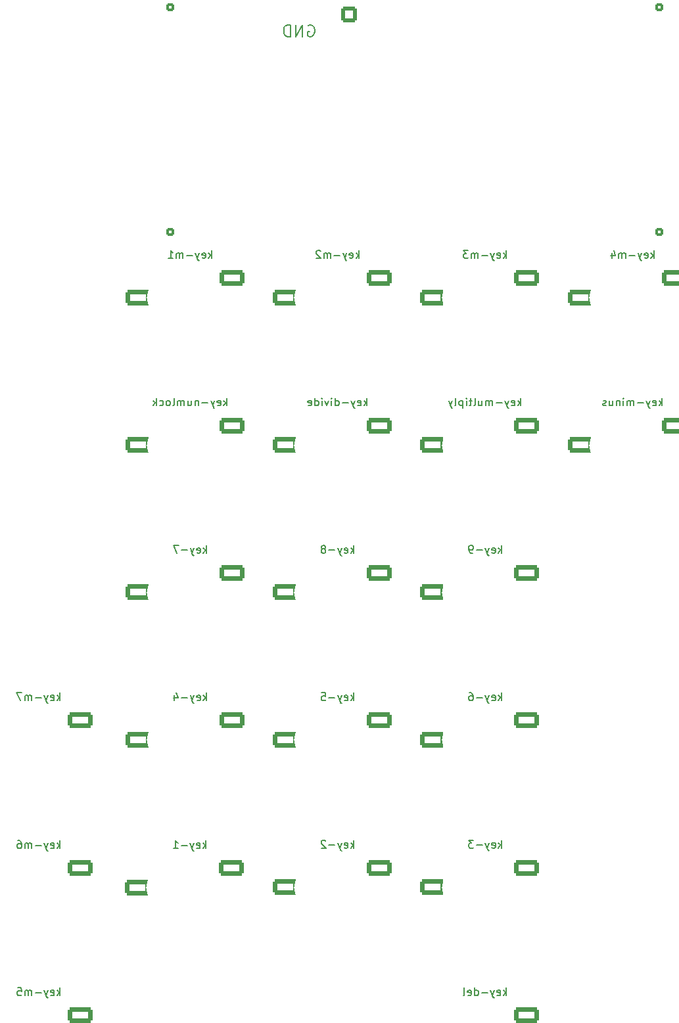
<source format=gbr>
%TF.GenerationSoftware,KiCad,Pcbnew,9.0.2+dfsg-1*%
%TF.CreationDate,2025-10-06T22:07:28-05:00*%
%TF.ProjectId,numpad,6e756d70-6164-42e6-9b69-6361645f7063,rev?*%
%TF.SameCoordinates,Original*%
%TF.FileFunction,Legend,Bot*%
%TF.FilePolarity,Positive*%
%FSLAX46Y46*%
G04 Gerber Fmt 4.6, Leading zero omitted, Abs format (unit mm)*
G04 Created by KiCad (PCBNEW 9.0.2+dfsg-1) date 2025-10-06 22:07:28*
%MOMM*%
%LPD*%
G01*
G04 APERTURE LIST*
G04 Aperture macros list*
%AMRoundRect*
0 Rectangle with rounded corners*
0 $1 Rounding radius*
0 $2 $3 $4 $5 $6 $7 $8 $9 X,Y pos of 4 corners*
0 Add a 4 corners polygon primitive as box body*
4,1,4,$2,$3,$4,$5,$6,$7,$8,$9,$2,$3,0*
0 Add four circle primitives for the rounded corners*
1,1,$1+$1,$2,$3*
1,1,$1+$1,$4,$5*
1,1,$1+$1,$6,$7*
1,1,$1+$1,$8,$9*
0 Add four rect primitives between the rounded corners*
20,1,$1+$1,$2,$3,$4,$5,0*
20,1,$1+$1,$4,$5,$6,$7,0*
20,1,$1+$1,$6,$7,$8,$9,0*
20,1,$1+$1,$8,$9,$2,$3,0*%
%AMFreePoly0*
4,1,37,0.603843,0.796157,0.639018,0.796157,0.711114,0.766294,0.766294,0.711114,0.796157,0.639018,0.796157,0.603843,0.800000,0.600000,0.800000,-0.600000,0.796157,-0.603843,0.796157,-0.639018,0.766294,-0.711114,0.711114,-0.766294,0.639018,-0.796157,0.603843,-0.796157,0.600000,-0.800000,0.000000,-0.800000,0.000000,-0.796148,-0.078414,-0.796148,-0.232228,-0.765552,-0.377117,-0.705537,
-0.507515,-0.618408,-0.618408,-0.507515,-0.705537,-0.377117,-0.765552,-0.232228,-0.796148,-0.078414,-0.796148,0.078414,-0.765552,0.232228,-0.705537,0.377117,-0.618408,0.507515,-0.507515,0.618408,-0.377117,0.705537,-0.232228,0.765552,-0.078414,0.796148,0.000000,0.796148,0.000000,0.800000,0.600000,0.800000,0.603843,0.796157,0.603843,0.796157,$1*%
%AMFreePoly1*
4,1,37,0.000000,0.796148,0.078414,0.796148,0.232228,0.765552,0.377117,0.705537,0.507515,0.618408,0.618408,0.507515,0.705537,0.377117,0.765552,0.232228,0.796148,0.078414,0.796148,-0.078414,0.765552,-0.232228,0.705537,-0.377117,0.618408,-0.507515,0.507515,-0.618408,0.377117,-0.705537,0.232228,-0.765552,0.078414,-0.796148,0.000000,-0.796148,0.000000,-0.800000,-0.600000,-0.800000,
-0.603843,-0.796157,-0.639018,-0.796157,-0.711114,-0.766294,-0.766294,-0.711114,-0.796157,-0.639018,-0.796157,-0.603843,-0.800000,-0.600000,-0.800000,0.600000,-0.796157,0.603843,-0.796157,0.639018,-0.766294,0.711114,-0.711114,0.766294,-0.639018,0.796157,-0.603843,0.796157,-0.600000,0.800000,0.000000,0.800000,0.000000,0.796148,0.000000,0.796148,$1*%
G04 Aperture macros list end*
%ADD10C,0.187500*%
%ADD11C,0.150000*%
%ADD12C,1.700000*%
%ADD13RoundRect,0.150000X-0.350000X-0.350000X0.350000X-0.350000X0.350000X0.350000X-0.350000X0.350000X0*%
%ADD14RoundRect,0.250000X-0.750000X-0.750000X0.750000X-0.750000X0.750000X0.750000X-0.750000X0.750000X0*%
%ADD15C,2.000000*%
%ADD16C,4.000000*%
%ADD17C,3.500000*%
%ADD18RoundRect,0.300000X-1.335000X-0.700000X1.335000X-0.700000X1.335000X0.700000X-1.335000X0.700000X0*%
%ADD19C,3.050000*%
%ADD20RoundRect,0.200000X-0.600000X-0.600000X0.600000X-0.600000X0.600000X0.600000X-0.600000X0.600000X0*%
%ADD21C,1.600000*%
%ADD22FreePoly0,0.000000*%
%ADD23FreePoly1,0.000000*%
G04 APERTURE END LIST*
D10*
X74733787Y-21378107D02*
X74876645Y-21306678D01*
X74876645Y-21306678D02*
X75090930Y-21306678D01*
X75090930Y-21306678D02*
X75305216Y-21378107D01*
X75305216Y-21378107D02*
X75448073Y-21520964D01*
X75448073Y-21520964D02*
X75519502Y-21663821D01*
X75519502Y-21663821D02*
X75590930Y-21949535D01*
X75590930Y-21949535D02*
X75590930Y-22163821D01*
X75590930Y-22163821D02*
X75519502Y-22449535D01*
X75519502Y-22449535D02*
X75448073Y-22592392D01*
X75448073Y-22592392D02*
X75305216Y-22735250D01*
X75305216Y-22735250D02*
X75090930Y-22806678D01*
X75090930Y-22806678D02*
X74948073Y-22806678D01*
X74948073Y-22806678D02*
X74733787Y-22735250D01*
X74733787Y-22735250D02*
X74662359Y-22663821D01*
X74662359Y-22663821D02*
X74662359Y-22163821D01*
X74662359Y-22163821D02*
X74948073Y-22163821D01*
X74019502Y-22806678D02*
X74019502Y-21306678D01*
X74019502Y-21306678D02*
X73162359Y-22806678D01*
X73162359Y-22806678D02*
X73162359Y-21306678D01*
X72448073Y-22806678D02*
X72448073Y-21306678D01*
X72448073Y-21306678D02*
X72090930Y-21306678D01*
X72090930Y-21306678D02*
X71876644Y-21378107D01*
X71876644Y-21378107D02*
X71733787Y-21520964D01*
X71733787Y-21520964D02*
X71662358Y-21663821D01*
X71662358Y-21663821D02*
X71590930Y-21949535D01*
X71590930Y-21949535D02*
X71590930Y-22163821D01*
X71590930Y-22163821D02*
X71662358Y-22449535D01*
X71662358Y-22449535D02*
X71733787Y-22592392D01*
X71733787Y-22592392D02*
X71876644Y-22735250D01*
X71876644Y-22735250D02*
X72090930Y-22806678D01*
X72090930Y-22806678D02*
X72448073Y-22806678D01*
D11*
X64254285Y-70374819D02*
X64254285Y-69374819D01*
X64159047Y-69993866D02*
X63873333Y-70374819D01*
X63873333Y-69708152D02*
X64254285Y-70089104D01*
X63063809Y-70327200D02*
X63159047Y-70374819D01*
X63159047Y-70374819D02*
X63349523Y-70374819D01*
X63349523Y-70374819D02*
X63444761Y-70327200D01*
X63444761Y-70327200D02*
X63492380Y-70231961D01*
X63492380Y-70231961D02*
X63492380Y-69851009D01*
X63492380Y-69851009D02*
X63444761Y-69755771D01*
X63444761Y-69755771D02*
X63349523Y-69708152D01*
X63349523Y-69708152D02*
X63159047Y-69708152D01*
X63159047Y-69708152D02*
X63063809Y-69755771D01*
X63063809Y-69755771D02*
X63016190Y-69851009D01*
X63016190Y-69851009D02*
X63016190Y-69946247D01*
X63016190Y-69946247D02*
X63492380Y-70041485D01*
X62682856Y-69708152D02*
X62444761Y-70374819D01*
X62206666Y-69708152D02*
X62444761Y-70374819D01*
X62444761Y-70374819D02*
X62539999Y-70612914D01*
X62539999Y-70612914D02*
X62587618Y-70660533D01*
X62587618Y-70660533D02*
X62682856Y-70708152D01*
X61825713Y-69993866D02*
X61063809Y-69993866D01*
X60587618Y-69708152D02*
X60587618Y-70374819D01*
X60587618Y-69803390D02*
X60539999Y-69755771D01*
X60539999Y-69755771D02*
X60444761Y-69708152D01*
X60444761Y-69708152D02*
X60301904Y-69708152D01*
X60301904Y-69708152D02*
X60206666Y-69755771D01*
X60206666Y-69755771D02*
X60159047Y-69851009D01*
X60159047Y-69851009D02*
X60159047Y-70374819D01*
X59254285Y-69708152D02*
X59254285Y-70374819D01*
X59682856Y-69708152D02*
X59682856Y-70231961D01*
X59682856Y-70231961D02*
X59635237Y-70327200D01*
X59635237Y-70327200D02*
X59539999Y-70374819D01*
X59539999Y-70374819D02*
X59397142Y-70374819D01*
X59397142Y-70374819D02*
X59301904Y-70327200D01*
X59301904Y-70327200D02*
X59254285Y-70279580D01*
X58778094Y-70374819D02*
X58778094Y-69708152D01*
X58778094Y-69803390D02*
X58730475Y-69755771D01*
X58730475Y-69755771D02*
X58635237Y-69708152D01*
X58635237Y-69708152D02*
X58492380Y-69708152D01*
X58492380Y-69708152D02*
X58397142Y-69755771D01*
X58397142Y-69755771D02*
X58349523Y-69851009D01*
X58349523Y-69851009D02*
X58349523Y-70374819D01*
X58349523Y-69851009D02*
X58301904Y-69755771D01*
X58301904Y-69755771D02*
X58206666Y-69708152D01*
X58206666Y-69708152D02*
X58063809Y-69708152D01*
X58063809Y-69708152D02*
X57968570Y-69755771D01*
X57968570Y-69755771D02*
X57920951Y-69851009D01*
X57920951Y-69851009D02*
X57920951Y-70374819D01*
X57301904Y-70374819D02*
X57397142Y-70327200D01*
X57397142Y-70327200D02*
X57444761Y-70231961D01*
X57444761Y-70231961D02*
X57444761Y-69374819D01*
X56778094Y-70374819D02*
X56873332Y-70327200D01*
X56873332Y-70327200D02*
X56920951Y-70279580D01*
X56920951Y-70279580D02*
X56968570Y-70184342D01*
X56968570Y-70184342D02*
X56968570Y-69898628D01*
X56968570Y-69898628D02*
X56920951Y-69803390D01*
X56920951Y-69803390D02*
X56873332Y-69755771D01*
X56873332Y-69755771D02*
X56778094Y-69708152D01*
X56778094Y-69708152D02*
X56635237Y-69708152D01*
X56635237Y-69708152D02*
X56539999Y-69755771D01*
X56539999Y-69755771D02*
X56492380Y-69803390D01*
X56492380Y-69803390D02*
X56444761Y-69898628D01*
X56444761Y-69898628D02*
X56444761Y-70184342D01*
X56444761Y-70184342D02*
X56492380Y-70279580D01*
X56492380Y-70279580D02*
X56539999Y-70327200D01*
X56539999Y-70327200D02*
X56635237Y-70374819D01*
X56635237Y-70374819D02*
X56778094Y-70374819D01*
X55587618Y-70327200D02*
X55682856Y-70374819D01*
X55682856Y-70374819D02*
X55873332Y-70374819D01*
X55873332Y-70374819D02*
X55968570Y-70327200D01*
X55968570Y-70327200D02*
X56016189Y-70279580D01*
X56016189Y-70279580D02*
X56063808Y-70184342D01*
X56063808Y-70184342D02*
X56063808Y-69898628D01*
X56063808Y-69898628D02*
X56016189Y-69803390D01*
X56016189Y-69803390D02*
X55968570Y-69755771D01*
X55968570Y-69755771D02*
X55873332Y-69708152D01*
X55873332Y-69708152D02*
X55682856Y-69708152D01*
X55682856Y-69708152D02*
X55587618Y-69755771D01*
X55159046Y-70374819D02*
X55159046Y-69374819D01*
X55063808Y-69993866D02*
X54778094Y-70374819D01*
X54778094Y-69708152D02*
X55159046Y-70089104D01*
X61611428Y-89374819D02*
X61611428Y-88374819D01*
X61516190Y-88993866D02*
X61230476Y-89374819D01*
X61230476Y-88708152D02*
X61611428Y-89089104D01*
X60420952Y-89327200D02*
X60516190Y-89374819D01*
X60516190Y-89374819D02*
X60706666Y-89374819D01*
X60706666Y-89374819D02*
X60801904Y-89327200D01*
X60801904Y-89327200D02*
X60849523Y-89231961D01*
X60849523Y-89231961D02*
X60849523Y-88851009D01*
X60849523Y-88851009D02*
X60801904Y-88755771D01*
X60801904Y-88755771D02*
X60706666Y-88708152D01*
X60706666Y-88708152D02*
X60516190Y-88708152D01*
X60516190Y-88708152D02*
X60420952Y-88755771D01*
X60420952Y-88755771D02*
X60373333Y-88851009D01*
X60373333Y-88851009D02*
X60373333Y-88946247D01*
X60373333Y-88946247D02*
X60849523Y-89041485D01*
X60039999Y-88708152D02*
X59801904Y-89374819D01*
X59563809Y-88708152D02*
X59801904Y-89374819D01*
X59801904Y-89374819D02*
X59897142Y-89612914D01*
X59897142Y-89612914D02*
X59944761Y-89660533D01*
X59944761Y-89660533D02*
X60039999Y-89708152D01*
X59182856Y-88993866D02*
X58420952Y-88993866D01*
X58039999Y-88374819D02*
X57373333Y-88374819D01*
X57373333Y-88374819D02*
X57801904Y-89374819D01*
X61571428Y-127414819D02*
X61571428Y-126414819D01*
X61476190Y-127033866D02*
X61190476Y-127414819D01*
X61190476Y-126748152D02*
X61571428Y-127129104D01*
X60380952Y-127367200D02*
X60476190Y-127414819D01*
X60476190Y-127414819D02*
X60666666Y-127414819D01*
X60666666Y-127414819D02*
X60761904Y-127367200D01*
X60761904Y-127367200D02*
X60809523Y-127271961D01*
X60809523Y-127271961D02*
X60809523Y-126891009D01*
X60809523Y-126891009D02*
X60761904Y-126795771D01*
X60761904Y-126795771D02*
X60666666Y-126748152D01*
X60666666Y-126748152D02*
X60476190Y-126748152D01*
X60476190Y-126748152D02*
X60380952Y-126795771D01*
X60380952Y-126795771D02*
X60333333Y-126891009D01*
X60333333Y-126891009D02*
X60333333Y-126986247D01*
X60333333Y-126986247D02*
X60809523Y-127081485D01*
X59999999Y-126748152D02*
X59761904Y-127414819D01*
X59523809Y-126748152D02*
X59761904Y-127414819D01*
X59761904Y-127414819D02*
X59857142Y-127652914D01*
X59857142Y-127652914D02*
X59904761Y-127700533D01*
X59904761Y-127700533D02*
X59999999Y-127748152D01*
X59142856Y-127033866D02*
X58380952Y-127033866D01*
X57380952Y-127414819D02*
X57952380Y-127414819D01*
X57666666Y-127414819D02*
X57666666Y-126414819D01*
X57666666Y-126414819D02*
X57761904Y-126557676D01*
X57761904Y-126557676D02*
X57857142Y-126652914D01*
X57857142Y-126652914D02*
X57952380Y-126700533D01*
X99611428Y-127374819D02*
X99611428Y-126374819D01*
X99516190Y-126993866D02*
X99230476Y-127374819D01*
X99230476Y-126708152D02*
X99611428Y-127089104D01*
X98420952Y-127327200D02*
X98516190Y-127374819D01*
X98516190Y-127374819D02*
X98706666Y-127374819D01*
X98706666Y-127374819D02*
X98801904Y-127327200D01*
X98801904Y-127327200D02*
X98849523Y-127231961D01*
X98849523Y-127231961D02*
X98849523Y-126851009D01*
X98849523Y-126851009D02*
X98801904Y-126755771D01*
X98801904Y-126755771D02*
X98706666Y-126708152D01*
X98706666Y-126708152D02*
X98516190Y-126708152D01*
X98516190Y-126708152D02*
X98420952Y-126755771D01*
X98420952Y-126755771D02*
X98373333Y-126851009D01*
X98373333Y-126851009D02*
X98373333Y-126946247D01*
X98373333Y-126946247D02*
X98849523Y-127041485D01*
X98039999Y-126708152D02*
X97801904Y-127374819D01*
X97563809Y-126708152D02*
X97801904Y-127374819D01*
X97801904Y-127374819D02*
X97897142Y-127612914D01*
X97897142Y-127612914D02*
X97944761Y-127660533D01*
X97944761Y-127660533D02*
X98039999Y-127708152D01*
X97182856Y-126993866D02*
X96420952Y-126993866D01*
X96039999Y-126374819D02*
X95420952Y-126374819D01*
X95420952Y-126374819D02*
X95754285Y-126755771D01*
X95754285Y-126755771D02*
X95611428Y-126755771D01*
X95611428Y-126755771D02*
X95516190Y-126803390D01*
X95516190Y-126803390D02*
X95468571Y-126851009D01*
X95468571Y-126851009D02*
X95420952Y-126946247D01*
X95420952Y-126946247D02*
X95420952Y-127184342D01*
X95420952Y-127184342D02*
X95468571Y-127279580D01*
X95468571Y-127279580D02*
X95516190Y-127327200D01*
X95516190Y-127327200D02*
X95611428Y-127374819D01*
X95611428Y-127374819D02*
X95897142Y-127374819D01*
X95897142Y-127374819D02*
X95992380Y-127327200D01*
X95992380Y-127327200D02*
X96039999Y-127279580D01*
X42778094Y-108374819D02*
X42778094Y-107374819D01*
X42682856Y-107993866D02*
X42397142Y-108374819D01*
X42397142Y-107708152D02*
X42778094Y-108089104D01*
X41587618Y-108327200D02*
X41682856Y-108374819D01*
X41682856Y-108374819D02*
X41873332Y-108374819D01*
X41873332Y-108374819D02*
X41968570Y-108327200D01*
X41968570Y-108327200D02*
X42016189Y-108231961D01*
X42016189Y-108231961D02*
X42016189Y-107851009D01*
X42016189Y-107851009D02*
X41968570Y-107755771D01*
X41968570Y-107755771D02*
X41873332Y-107708152D01*
X41873332Y-107708152D02*
X41682856Y-107708152D01*
X41682856Y-107708152D02*
X41587618Y-107755771D01*
X41587618Y-107755771D02*
X41539999Y-107851009D01*
X41539999Y-107851009D02*
X41539999Y-107946247D01*
X41539999Y-107946247D02*
X42016189Y-108041485D01*
X41206665Y-107708152D02*
X40968570Y-108374819D01*
X40730475Y-107708152D02*
X40968570Y-108374819D01*
X40968570Y-108374819D02*
X41063808Y-108612914D01*
X41063808Y-108612914D02*
X41111427Y-108660533D01*
X41111427Y-108660533D02*
X41206665Y-108708152D01*
X40349522Y-107993866D02*
X39587618Y-107993866D01*
X39111427Y-108374819D02*
X39111427Y-107708152D01*
X39111427Y-107803390D02*
X39063808Y-107755771D01*
X39063808Y-107755771D02*
X38968570Y-107708152D01*
X38968570Y-107708152D02*
X38825713Y-107708152D01*
X38825713Y-107708152D02*
X38730475Y-107755771D01*
X38730475Y-107755771D02*
X38682856Y-107851009D01*
X38682856Y-107851009D02*
X38682856Y-108374819D01*
X38682856Y-107851009D02*
X38635237Y-107755771D01*
X38635237Y-107755771D02*
X38539999Y-107708152D01*
X38539999Y-107708152D02*
X38397142Y-107708152D01*
X38397142Y-107708152D02*
X38301903Y-107755771D01*
X38301903Y-107755771D02*
X38254284Y-107851009D01*
X38254284Y-107851009D02*
X38254284Y-108374819D01*
X37873332Y-107374819D02*
X37206666Y-107374819D01*
X37206666Y-107374819D02*
X37635237Y-108374819D01*
X80611428Y-108374819D02*
X80611428Y-107374819D01*
X80516190Y-107993866D02*
X80230476Y-108374819D01*
X80230476Y-107708152D02*
X80611428Y-108089104D01*
X79420952Y-108327200D02*
X79516190Y-108374819D01*
X79516190Y-108374819D02*
X79706666Y-108374819D01*
X79706666Y-108374819D02*
X79801904Y-108327200D01*
X79801904Y-108327200D02*
X79849523Y-108231961D01*
X79849523Y-108231961D02*
X79849523Y-107851009D01*
X79849523Y-107851009D02*
X79801904Y-107755771D01*
X79801904Y-107755771D02*
X79706666Y-107708152D01*
X79706666Y-107708152D02*
X79516190Y-107708152D01*
X79516190Y-107708152D02*
X79420952Y-107755771D01*
X79420952Y-107755771D02*
X79373333Y-107851009D01*
X79373333Y-107851009D02*
X79373333Y-107946247D01*
X79373333Y-107946247D02*
X79849523Y-108041485D01*
X79039999Y-107708152D02*
X78801904Y-108374819D01*
X78563809Y-107708152D02*
X78801904Y-108374819D01*
X78801904Y-108374819D02*
X78897142Y-108612914D01*
X78897142Y-108612914D02*
X78944761Y-108660533D01*
X78944761Y-108660533D02*
X79039999Y-108708152D01*
X78182856Y-107993866D02*
X77420952Y-107993866D01*
X76468571Y-107374819D02*
X76944761Y-107374819D01*
X76944761Y-107374819D02*
X76992380Y-107851009D01*
X76992380Y-107851009D02*
X76944761Y-107803390D01*
X76944761Y-107803390D02*
X76849523Y-107755771D01*
X76849523Y-107755771D02*
X76611428Y-107755771D01*
X76611428Y-107755771D02*
X76516190Y-107803390D01*
X76516190Y-107803390D02*
X76468571Y-107851009D01*
X76468571Y-107851009D02*
X76420952Y-107946247D01*
X76420952Y-107946247D02*
X76420952Y-108184342D01*
X76420952Y-108184342D02*
X76468571Y-108279580D01*
X76468571Y-108279580D02*
X76516190Y-108327200D01*
X76516190Y-108327200D02*
X76611428Y-108374819D01*
X76611428Y-108374819D02*
X76849523Y-108374819D01*
X76849523Y-108374819D02*
X76944761Y-108327200D01*
X76944761Y-108327200D02*
X76992380Y-108279580D01*
X80611428Y-89374819D02*
X80611428Y-88374819D01*
X80516190Y-88993866D02*
X80230476Y-89374819D01*
X80230476Y-88708152D02*
X80611428Y-89089104D01*
X79420952Y-89327200D02*
X79516190Y-89374819D01*
X79516190Y-89374819D02*
X79706666Y-89374819D01*
X79706666Y-89374819D02*
X79801904Y-89327200D01*
X79801904Y-89327200D02*
X79849523Y-89231961D01*
X79849523Y-89231961D02*
X79849523Y-88851009D01*
X79849523Y-88851009D02*
X79801904Y-88755771D01*
X79801904Y-88755771D02*
X79706666Y-88708152D01*
X79706666Y-88708152D02*
X79516190Y-88708152D01*
X79516190Y-88708152D02*
X79420952Y-88755771D01*
X79420952Y-88755771D02*
X79373333Y-88851009D01*
X79373333Y-88851009D02*
X79373333Y-88946247D01*
X79373333Y-88946247D02*
X79849523Y-89041485D01*
X79039999Y-88708152D02*
X78801904Y-89374819D01*
X78563809Y-88708152D02*
X78801904Y-89374819D01*
X78801904Y-89374819D02*
X78897142Y-89612914D01*
X78897142Y-89612914D02*
X78944761Y-89660533D01*
X78944761Y-89660533D02*
X79039999Y-89708152D01*
X78182856Y-88993866D02*
X77420952Y-88993866D01*
X76801904Y-88803390D02*
X76897142Y-88755771D01*
X76897142Y-88755771D02*
X76944761Y-88708152D01*
X76944761Y-88708152D02*
X76992380Y-88612914D01*
X76992380Y-88612914D02*
X76992380Y-88565295D01*
X76992380Y-88565295D02*
X76944761Y-88470057D01*
X76944761Y-88470057D02*
X76897142Y-88422438D01*
X76897142Y-88422438D02*
X76801904Y-88374819D01*
X76801904Y-88374819D02*
X76611428Y-88374819D01*
X76611428Y-88374819D02*
X76516190Y-88422438D01*
X76516190Y-88422438D02*
X76468571Y-88470057D01*
X76468571Y-88470057D02*
X76420952Y-88565295D01*
X76420952Y-88565295D02*
X76420952Y-88612914D01*
X76420952Y-88612914D02*
X76468571Y-88708152D01*
X76468571Y-88708152D02*
X76516190Y-88755771D01*
X76516190Y-88755771D02*
X76611428Y-88803390D01*
X76611428Y-88803390D02*
X76801904Y-88803390D01*
X76801904Y-88803390D02*
X76897142Y-88851009D01*
X76897142Y-88851009D02*
X76944761Y-88898628D01*
X76944761Y-88898628D02*
X76992380Y-88993866D01*
X76992380Y-88993866D02*
X76992380Y-89184342D01*
X76992380Y-89184342D02*
X76944761Y-89279580D01*
X76944761Y-89279580D02*
X76897142Y-89327200D01*
X76897142Y-89327200D02*
X76801904Y-89374819D01*
X76801904Y-89374819D02*
X76611428Y-89374819D01*
X76611428Y-89374819D02*
X76516190Y-89327200D01*
X76516190Y-89327200D02*
X76468571Y-89279580D01*
X76468571Y-89279580D02*
X76420952Y-89184342D01*
X76420952Y-89184342D02*
X76420952Y-88993866D01*
X76420952Y-88993866D02*
X76468571Y-88898628D01*
X76468571Y-88898628D02*
X76516190Y-88851009D01*
X76516190Y-88851009D02*
X76611428Y-88803390D01*
X120349523Y-70374819D02*
X120349523Y-69374819D01*
X120254285Y-69993866D02*
X119968571Y-70374819D01*
X119968571Y-69708152D02*
X120349523Y-70089104D01*
X119159047Y-70327200D02*
X119254285Y-70374819D01*
X119254285Y-70374819D02*
X119444761Y-70374819D01*
X119444761Y-70374819D02*
X119539999Y-70327200D01*
X119539999Y-70327200D02*
X119587618Y-70231961D01*
X119587618Y-70231961D02*
X119587618Y-69851009D01*
X119587618Y-69851009D02*
X119539999Y-69755771D01*
X119539999Y-69755771D02*
X119444761Y-69708152D01*
X119444761Y-69708152D02*
X119254285Y-69708152D01*
X119254285Y-69708152D02*
X119159047Y-69755771D01*
X119159047Y-69755771D02*
X119111428Y-69851009D01*
X119111428Y-69851009D02*
X119111428Y-69946247D01*
X119111428Y-69946247D02*
X119587618Y-70041485D01*
X118778094Y-69708152D02*
X118539999Y-70374819D01*
X118301904Y-69708152D02*
X118539999Y-70374819D01*
X118539999Y-70374819D02*
X118635237Y-70612914D01*
X118635237Y-70612914D02*
X118682856Y-70660533D01*
X118682856Y-70660533D02*
X118778094Y-70708152D01*
X117920951Y-69993866D02*
X117159047Y-69993866D01*
X116682856Y-70374819D02*
X116682856Y-69708152D01*
X116682856Y-69803390D02*
X116635237Y-69755771D01*
X116635237Y-69755771D02*
X116539999Y-69708152D01*
X116539999Y-69708152D02*
X116397142Y-69708152D01*
X116397142Y-69708152D02*
X116301904Y-69755771D01*
X116301904Y-69755771D02*
X116254285Y-69851009D01*
X116254285Y-69851009D02*
X116254285Y-70374819D01*
X116254285Y-69851009D02*
X116206666Y-69755771D01*
X116206666Y-69755771D02*
X116111428Y-69708152D01*
X116111428Y-69708152D02*
X115968571Y-69708152D01*
X115968571Y-69708152D02*
X115873332Y-69755771D01*
X115873332Y-69755771D02*
X115825713Y-69851009D01*
X115825713Y-69851009D02*
X115825713Y-70374819D01*
X115349523Y-70374819D02*
X115349523Y-69708152D01*
X115349523Y-69374819D02*
X115397142Y-69422438D01*
X115397142Y-69422438D02*
X115349523Y-69470057D01*
X115349523Y-69470057D02*
X115301904Y-69422438D01*
X115301904Y-69422438D02*
X115349523Y-69374819D01*
X115349523Y-69374819D02*
X115349523Y-69470057D01*
X114873333Y-69708152D02*
X114873333Y-70374819D01*
X114873333Y-69803390D02*
X114825714Y-69755771D01*
X114825714Y-69755771D02*
X114730476Y-69708152D01*
X114730476Y-69708152D02*
X114587619Y-69708152D01*
X114587619Y-69708152D02*
X114492381Y-69755771D01*
X114492381Y-69755771D02*
X114444762Y-69851009D01*
X114444762Y-69851009D02*
X114444762Y-70374819D01*
X113540000Y-69708152D02*
X113540000Y-70374819D01*
X113968571Y-69708152D02*
X113968571Y-70231961D01*
X113968571Y-70231961D02*
X113920952Y-70327200D01*
X113920952Y-70327200D02*
X113825714Y-70374819D01*
X113825714Y-70374819D02*
X113682857Y-70374819D01*
X113682857Y-70374819D02*
X113587619Y-70327200D01*
X113587619Y-70327200D02*
X113540000Y-70279580D01*
X113111428Y-70327200D02*
X113016190Y-70374819D01*
X113016190Y-70374819D02*
X112825714Y-70374819D01*
X112825714Y-70374819D02*
X112730476Y-70327200D01*
X112730476Y-70327200D02*
X112682857Y-70231961D01*
X112682857Y-70231961D02*
X112682857Y-70184342D01*
X112682857Y-70184342D02*
X112730476Y-70089104D01*
X112730476Y-70089104D02*
X112825714Y-70041485D01*
X112825714Y-70041485D02*
X112968571Y-70041485D01*
X112968571Y-70041485D02*
X113063809Y-69993866D01*
X113063809Y-69993866D02*
X113111428Y-69898628D01*
X113111428Y-69898628D02*
X113111428Y-69851009D01*
X113111428Y-69851009D02*
X113063809Y-69755771D01*
X113063809Y-69755771D02*
X112968571Y-69708152D01*
X112968571Y-69708152D02*
X112825714Y-69708152D01*
X112825714Y-69708152D02*
X112730476Y-69755771D01*
X81278094Y-51374819D02*
X81278094Y-50374819D01*
X81182856Y-50993866D02*
X80897142Y-51374819D01*
X80897142Y-50708152D02*
X81278094Y-51089104D01*
X80087618Y-51327200D02*
X80182856Y-51374819D01*
X80182856Y-51374819D02*
X80373332Y-51374819D01*
X80373332Y-51374819D02*
X80468570Y-51327200D01*
X80468570Y-51327200D02*
X80516189Y-51231961D01*
X80516189Y-51231961D02*
X80516189Y-50851009D01*
X80516189Y-50851009D02*
X80468570Y-50755771D01*
X80468570Y-50755771D02*
X80373332Y-50708152D01*
X80373332Y-50708152D02*
X80182856Y-50708152D01*
X80182856Y-50708152D02*
X80087618Y-50755771D01*
X80087618Y-50755771D02*
X80039999Y-50851009D01*
X80039999Y-50851009D02*
X80039999Y-50946247D01*
X80039999Y-50946247D02*
X80516189Y-51041485D01*
X79706665Y-50708152D02*
X79468570Y-51374819D01*
X79230475Y-50708152D02*
X79468570Y-51374819D01*
X79468570Y-51374819D02*
X79563808Y-51612914D01*
X79563808Y-51612914D02*
X79611427Y-51660533D01*
X79611427Y-51660533D02*
X79706665Y-51708152D01*
X78849522Y-50993866D02*
X78087618Y-50993866D01*
X77611427Y-51374819D02*
X77611427Y-50708152D01*
X77611427Y-50803390D02*
X77563808Y-50755771D01*
X77563808Y-50755771D02*
X77468570Y-50708152D01*
X77468570Y-50708152D02*
X77325713Y-50708152D01*
X77325713Y-50708152D02*
X77230475Y-50755771D01*
X77230475Y-50755771D02*
X77182856Y-50851009D01*
X77182856Y-50851009D02*
X77182856Y-51374819D01*
X77182856Y-50851009D02*
X77135237Y-50755771D01*
X77135237Y-50755771D02*
X77039999Y-50708152D01*
X77039999Y-50708152D02*
X76897142Y-50708152D01*
X76897142Y-50708152D02*
X76801903Y-50755771D01*
X76801903Y-50755771D02*
X76754284Y-50851009D01*
X76754284Y-50851009D02*
X76754284Y-51374819D01*
X76325713Y-50470057D02*
X76278094Y-50422438D01*
X76278094Y-50422438D02*
X76182856Y-50374819D01*
X76182856Y-50374819D02*
X75944761Y-50374819D01*
X75944761Y-50374819D02*
X75849523Y-50422438D01*
X75849523Y-50422438D02*
X75801904Y-50470057D01*
X75801904Y-50470057D02*
X75754285Y-50565295D01*
X75754285Y-50565295D02*
X75754285Y-50660533D01*
X75754285Y-50660533D02*
X75801904Y-50803390D01*
X75801904Y-50803390D02*
X76373332Y-51374819D01*
X76373332Y-51374819D02*
X75754285Y-51374819D01*
X119278094Y-51374819D02*
X119278094Y-50374819D01*
X119182856Y-50993866D02*
X118897142Y-51374819D01*
X118897142Y-50708152D02*
X119278094Y-51089104D01*
X118087618Y-51327200D02*
X118182856Y-51374819D01*
X118182856Y-51374819D02*
X118373332Y-51374819D01*
X118373332Y-51374819D02*
X118468570Y-51327200D01*
X118468570Y-51327200D02*
X118516189Y-51231961D01*
X118516189Y-51231961D02*
X118516189Y-50851009D01*
X118516189Y-50851009D02*
X118468570Y-50755771D01*
X118468570Y-50755771D02*
X118373332Y-50708152D01*
X118373332Y-50708152D02*
X118182856Y-50708152D01*
X118182856Y-50708152D02*
X118087618Y-50755771D01*
X118087618Y-50755771D02*
X118039999Y-50851009D01*
X118039999Y-50851009D02*
X118039999Y-50946247D01*
X118039999Y-50946247D02*
X118516189Y-51041485D01*
X117706665Y-50708152D02*
X117468570Y-51374819D01*
X117230475Y-50708152D02*
X117468570Y-51374819D01*
X117468570Y-51374819D02*
X117563808Y-51612914D01*
X117563808Y-51612914D02*
X117611427Y-51660533D01*
X117611427Y-51660533D02*
X117706665Y-51708152D01*
X116849522Y-50993866D02*
X116087618Y-50993866D01*
X115611427Y-51374819D02*
X115611427Y-50708152D01*
X115611427Y-50803390D02*
X115563808Y-50755771D01*
X115563808Y-50755771D02*
X115468570Y-50708152D01*
X115468570Y-50708152D02*
X115325713Y-50708152D01*
X115325713Y-50708152D02*
X115230475Y-50755771D01*
X115230475Y-50755771D02*
X115182856Y-50851009D01*
X115182856Y-50851009D02*
X115182856Y-51374819D01*
X115182856Y-50851009D02*
X115135237Y-50755771D01*
X115135237Y-50755771D02*
X115039999Y-50708152D01*
X115039999Y-50708152D02*
X114897142Y-50708152D01*
X114897142Y-50708152D02*
X114801903Y-50755771D01*
X114801903Y-50755771D02*
X114754284Y-50851009D01*
X114754284Y-50851009D02*
X114754284Y-51374819D01*
X113849523Y-50708152D02*
X113849523Y-51374819D01*
X114087618Y-50327200D02*
X114325713Y-51041485D01*
X114325713Y-51041485D02*
X113706666Y-51041485D01*
X99611428Y-108374819D02*
X99611428Y-107374819D01*
X99516190Y-107993866D02*
X99230476Y-108374819D01*
X99230476Y-107708152D02*
X99611428Y-108089104D01*
X98420952Y-108327200D02*
X98516190Y-108374819D01*
X98516190Y-108374819D02*
X98706666Y-108374819D01*
X98706666Y-108374819D02*
X98801904Y-108327200D01*
X98801904Y-108327200D02*
X98849523Y-108231961D01*
X98849523Y-108231961D02*
X98849523Y-107851009D01*
X98849523Y-107851009D02*
X98801904Y-107755771D01*
X98801904Y-107755771D02*
X98706666Y-107708152D01*
X98706666Y-107708152D02*
X98516190Y-107708152D01*
X98516190Y-107708152D02*
X98420952Y-107755771D01*
X98420952Y-107755771D02*
X98373333Y-107851009D01*
X98373333Y-107851009D02*
X98373333Y-107946247D01*
X98373333Y-107946247D02*
X98849523Y-108041485D01*
X98039999Y-107708152D02*
X97801904Y-108374819D01*
X97563809Y-107708152D02*
X97801904Y-108374819D01*
X97801904Y-108374819D02*
X97897142Y-108612914D01*
X97897142Y-108612914D02*
X97944761Y-108660533D01*
X97944761Y-108660533D02*
X98039999Y-108708152D01*
X97182856Y-107993866D02*
X96420952Y-107993866D01*
X95516190Y-107374819D02*
X95706666Y-107374819D01*
X95706666Y-107374819D02*
X95801904Y-107422438D01*
X95801904Y-107422438D02*
X95849523Y-107470057D01*
X95849523Y-107470057D02*
X95944761Y-107612914D01*
X95944761Y-107612914D02*
X95992380Y-107803390D01*
X95992380Y-107803390D02*
X95992380Y-108184342D01*
X95992380Y-108184342D02*
X95944761Y-108279580D01*
X95944761Y-108279580D02*
X95897142Y-108327200D01*
X95897142Y-108327200D02*
X95801904Y-108374819D01*
X95801904Y-108374819D02*
X95611428Y-108374819D01*
X95611428Y-108374819D02*
X95516190Y-108327200D01*
X95516190Y-108327200D02*
X95468571Y-108279580D01*
X95468571Y-108279580D02*
X95420952Y-108184342D01*
X95420952Y-108184342D02*
X95420952Y-107946247D01*
X95420952Y-107946247D02*
X95468571Y-107851009D01*
X95468571Y-107851009D02*
X95516190Y-107803390D01*
X95516190Y-107803390D02*
X95611428Y-107755771D01*
X95611428Y-107755771D02*
X95801904Y-107755771D01*
X95801904Y-107755771D02*
X95897142Y-107803390D01*
X95897142Y-107803390D02*
X95944761Y-107851009D01*
X95944761Y-107851009D02*
X95992380Y-107946247D01*
X102135238Y-70374819D02*
X102135238Y-69374819D01*
X102040000Y-69993866D02*
X101754286Y-70374819D01*
X101754286Y-69708152D02*
X102135238Y-70089104D01*
X100944762Y-70327200D02*
X101040000Y-70374819D01*
X101040000Y-70374819D02*
X101230476Y-70374819D01*
X101230476Y-70374819D02*
X101325714Y-70327200D01*
X101325714Y-70327200D02*
X101373333Y-70231961D01*
X101373333Y-70231961D02*
X101373333Y-69851009D01*
X101373333Y-69851009D02*
X101325714Y-69755771D01*
X101325714Y-69755771D02*
X101230476Y-69708152D01*
X101230476Y-69708152D02*
X101040000Y-69708152D01*
X101040000Y-69708152D02*
X100944762Y-69755771D01*
X100944762Y-69755771D02*
X100897143Y-69851009D01*
X100897143Y-69851009D02*
X100897143Y-69946247D01*
X100897143Y-69946247D02*
X101373333Y-70041485D01*
X100563809Y-69708152D02*
X100325714Y-70374819D01*
X100087619Y-69708152D02*
X100325714Y-70374819D01*
X100325714Y-70374819D02*
X100420952Y-70612914D01*
X100420952Y-70612914D02*
X100468571Y-70660533D01*
X100468571Y-70660533D02*
X100563809Y-70708152D01*
X99706666Y-69993866D02*
X98944762Y-69993866D01*
X98468571Y-70374819D02*
X98468571Y-69708152D01*
X98468571Y-69803390D02*
X98420952Y-69755771D01*
X98420952Y-69755771D02*
X98325714Y-69708152D01*
X98325714Y-69708152D02*
X98182857Y-69708152D01*
X98182857Y-69708152D02*
X98087619Y-69755771D01*
X98087619Y-69755771D02*
X98040000Y-69851009D01*
X98040000Y-69851009D02*
X98040000Y-70374819D01*
X98040000Y-69851009D02*
X97992381Y-69755771D01*
X97992381Y-69755771D02*
X97897143Y-69708152D01*
X97897143Y-69708152D02*
X97754286Y-69708152D01*
X97754286Y-69708152D02*
X97659047Y-69755771D01*
X97659047Y-69755771D02*
X97611428Y-69851009D01*
X97611428Y-69851009D02*
X97611428Y-70374819D01*
X96706667Y-69708152D02*
X96706667Y-70374819D01*
X97135238Y-69708152D02*
X97135238Y-70231961D01*
X97135238Y-70231961D02*
X97087619Y-70327200D01*
X97087619Y-70327200D02*
X96992381Y-70374819D01*
X96992381Y-70374819D02*
X96849524Y-70374819D01*
X96849524Y-70374819D02*
X96754286Y-70327200D01*
X96754286Y-70327200D02*
X96706667Y-70279580D01*
X96087619Y-70374819D02*
X96182857Y-70327200D01*
X96182857Y-70327200D02*
X96230476Y-70231961D01*
X96230476Y-70231961D02*
X96230476Y-69374819D01*
X95849523Y-69708152D02*
X95468571Y-69708152D01*
X95706666Y-69374819D02*
X95706666Y-70231961D01*
X95706666Y-70231961D02*
X95659047Y-70327200D01*
X95659047Y-70327200D02*
X95563809Y-70374819D01*
X95563809Y-70374819D02*
X95468571Y-70374819D01*
X95135237Y-70374819D02*
X95135237Y-69708152D01*
X95135237Y-69374819D02*
X95182856Y-69422438D01*
X95182856Y-69422438D02*
X95135237Y-69470057D01*
X95135237Y-69470057D02*
X95087618Y-69422438D01*
X95087618Y-69422438D02*
X95135237Y-69374819D01*
X95135237Y-69374819D02*
X95135237Y-69470057D01*
X94659047Y-69708152D02*
X94659047Y-70708152D01*
X94659047Y-69755771D02*
X94563809Y-69708152D01*
X94563809Y-69708152D02*
X94373333Y-69708152D01*
X94373333Y-69708152D02*
X94278095Y-69755771D01*
X94278095Y-69755771D02*
X94230476Y-69803390D01*
X94230476Y-69803390D02*
X94182857Y-69898628D01*
X94182857Y-69898628D02*
X94182857Y-70184342D01*
X94182857Y-70184342D02*
X94230476Y-70279580D01*
X94230476Y-70279580D02*
X94278095Y-70327200D01*
X94278095Y-70327200D02*
X94373333Y-70374819D01*
X94373333Y-70374819D02*
X94563809Y-70374819D01*
X94563809Y-70374819D02*
X94659047Y-70327200D01*
X93611428Y-70374819D02*
X93706666Y-70327200D01*
X93706666Y-70327200D02*
X93754285Y-70231961D01*
X93754285Y-70231961D02*
X93754285Y-69374819D01*
X93325713Y-69708152D02*
X93087618Y-70374819D01*
X92849523Y-69708152D02*
X93087618Y-70374819D01*
X93087618Y-70374819D02*
X93182856Y-70612914D01*
X93182856Y-70612914D02*
X93230475Y-70660533D01*
X93230475Y-70660533D02*
X93325713Y-70708152D01*
X61611428Y-108374819D02*
X61611428Y-107374819D01*
X61516190Y-107993866D02*
X61230476Y-108374819D01*
X61230476Y-107708152D02*
X61611428Y-108089104D01*
X60420952Y-108327200D02*
X60516190Y-108374819D01*
X60516190Y-108374819D02*
X60706666Y-108374819D01*
X60706666Y-108374819D02*
X60801904Y-108327200D01*
X60801904Y-108327200D02*
X60849523Y-108231961D01*
X60849523Y-108231961D02*
X60849523Y-107851009D01*
X60849523Y-107851009D02*
X60801904Y-107755771D01*
X60801904Y-107755771D02*
X60706666Y-107708152D01*
X60706666Y-107708152D02*
X60516190Y-107708152D01*
X60516190Y-107708152D02*
X60420952Y-107755771D01*
X60420952Y-107755771D02*
X60373333Y-107851009D01*
X60373333Y-107851009D02*
X60373333Y-107946247D01*
X60373333Y-107946247D02*
X60849523Y-108041485D01*
X60039999Y-107708152D02*
X59801904Y-108374819D01*
X59563809Y-107708152D02*
X59801904Y-108374819D01*
X59801904Y-108374819D02*
X59897142Y-108612914D01*
X59897142Y-108612914D02*
X59944761Y-108660533D01*
X59944761Y-108660533D02*
X60039999Y-108708152D01*
X59182856Y-107993866D02*
X58420952Y-107993866D01*
X57516190Y-107708152D02*
X57516190Y-108374819D01*
X57754285Y-107327200D02*
X57992380Y-108041485D01*
X57992380Y-108041485D02*
X57373333Y-108041485D01*
X99611428Y-89374819D02*
X99611428Y-88374819D01*
X99516190Y-88993866D02*
X99230476Y-89374819D01*
X99230476Y-88708152D02*
X99611428Y-89089104D01*
X98420952Y-89327200D02*
X98516190Y-89374819D01*
X98516190Y-89374819D02*
X98706666Y-89374819D01*
X98706666Y-89374819D02*
X98801904Y-89327200D01*
X98801904Y-89327200D02*
X98849523Y-89231961D01*
X98849523Y-89231961D02*
X98849523Y-88851009D01*
X98849523Y-88851009D02*
X98801904Y-88755771D01*
X98801904Y-88755771D02*
X98706666Y-88708152D01*
X98706666Y-88708152D02*
X98516190Y-88708152D01*
X98516190Y-88708152D02*
X98420952Y-88755771D01*
X98420952Y-88755771D02*
X98373333Y-88851009D01*
X98373333Y-88851009D02*
X98373333Y-88946247D01*
X98373333Y-88946247D02*
X98849523Y-89041485D01*
X98039999Y-88708152D02*
X97801904Y-89374819D01*
X97563809Y-88708152D02*
X97801904Y-89374819D01*
X97801904Y-89374819D02*
X97897142Y-89612914D01*
X97897142Y-89612914D02*
X97944761Y-89660533D01*
X97944761Y-89660533D02*
X98039999Y-89708152D01*
X97182856Y-88993866D02*
X96420952Y-88993866D01*
X95897142Y-89374819D02*
X95706666Y-89374819D01*
X95706666Y-89374819D02*
X95611428Y-89327200D01*
X95611428Y-89327200D02*
X95563809Y-89279580D01*
X95563809Y-89279580D02*
X95468571Y-89136723D01*
X95468571Y-89136723D02*
X95420952Y-88946247D01*
X95420952Y-88946247D02*
X95420952Y-88565295D01*
X95420952Y-88565295D02*
X95468571Y-88470057D01*
X95468571Y-88470057D02*
X95516190Y-88422438D01*
X95516190Y-88422438D02*
X95611428Y-88374819D01*
X95611428Y-88374819D02*
X95801904Y-88374819D01*
X95801904Y-88374819D02*
X95897142Y-88422438D01*
X95897142Y-88422438D02*
X95944761Y-88470057D01*
X95944761Y-88470057D02*
X95992380Y-88565295D01*
X95992380Y-88565295D02*
X95992380Y-88803390D01*
X95992380Y-88803390D02*
X95944761Y-88898628D01*
X95944761Y-88898628D02*
X95897142Y-88946247D01*
X95897142Y-88946247D02*
X95801904Y-88993866D01*
X95801904Y-88993866D02*
X95611428Y-88993866D01*
X95611428Y-88993866D02*
X95516190Y-88946247D01*
X95516190Y-88946247D02*
X95468571Y-88898628D01*
X95468571Y-88898628D02*
X95420952Y-88803390D01*
X62278094Y-51374819D02*
X62278094Y-50374819D01*
X62182856Y-50993866D02*
X61897142Y-51374819D01*
X61897142Y-50708152D02*
X62278094Y-51089104D01*
X61087618Y-51327200D02*
X61182856Y-51374819D01*
X61182856Y-51374819D02*
X61373332Y-51374819D01*
X61373332Y-51374819D02*
X61468570Y-51327200D01*
X61468570Y-51327200D02*
X61516189Y-51231961D01*
X61516189Y-51231961D02*
X61516189Y-50851009D01*
X61516189Y-50851009D02*
X61468570Y-50755771D01*
X61468570Y-50755771D02*
X61373332Y-50708152D01*
X61373332Y-50708152D02*
X61182856Y-50708152D01*
X61182856Y-50708152D02*
X61087618Y-50755771D01*
X61087618Y-50755771D02*
X61039999Y-50851009D01*
X61039999Y-50851009D02*
X61039999Y-50946247D01*
X61039999Y-50946247D02*
X61516189Y-51041485D01*
X60706665Y-50708152D02*
X60468570Y-51374819D01*
X60230475Y-50708152D02*
X60468570Y-51374819D01*
X60468570Y-51374819D02*
X60563808Y-51612914D01*
X60563808Y-51612914D02*
X60611427Y-51660533D01*
X60611427Y-51660533D02*
X60706665Y-51708152D01*
X59849522Y-50993866D02*
X59087618Y-50993866D01*
X58611427Y-51374819D02*
X58611427Y-50708152D01*
X58611427Y-50803390D02*
X58563808Y-50755771D01*
X58563808Y-50755771D02*
X58468570Y-50708152D01*
X58468570Y-50708152D02*
X58325713Y-50708152D01*
X58325713Y-50708152D02*
X58230475Y-50755771D01*
X58230475Y-50755771D02*
X58182856Y-50851009D01*
X58182856Y-50851009D02*
X58182856Y-51374819D01*
X58182856Y-50851009D02*
X58135237Y-50755771D01*
X58135237Y-50755771D02*
X58039999Y-50708152D01*
X58039999Y-50708152D02*
X57897142Y-50708152D01*
X57897142Y-50708152D02*
X57801903Y-50755771D01*
X57801903Y-50755771D02*
X57754284Y-50851009D01*
X57754284Y-50851009D02*
X57754284Y-51374819D01*
X56754285Y-51374819D02*
X57325713Y-51374819D01*
X57039999Y-51374819D02*
X57039999Y-50374819D01*
X57039999Y-50374819D02*
X57135237Y-50517676D01*
X57135237Y-50517676D02*
X57230475Y-50612914D01*
X57230475Y-50612914D02*
X57325713Y-50660533D01*
X100278094Y-51374819D02*
X100278094Y-50374819D01*
X100182856Y-50993866D02*
X99897142Y-51374819D01*
X99897142Y-50708152D02*
X100278094Y-51089104D01*
X99087618Y-51327200D02*
X99182856Y-51374819D01*
X99182856Y-51374819D02*
X99373332Y-51374819D01*
X99373332Y-51374819D02*
X99468570Y-51327200D01*
X99468570Y-51327200D02*
X99516189Y-51231961D01*
X99516189Y-51231961D02*
X99516189Y-50851009D01*
X99516189Y-50851009D02*
X99468570Y-50755771D01*
X99468570Y-50755771D02*
X99373332Y-50708152D01*
X99373332Y-50708152D02*
X99182856Y-50708152D01*
X99182856Y-50708152D02*
X99087618Y-50755771D01*
X99087618Y-50755771D02*
X99039999Y-50851009D01*
X99039999Y-50851009D02*
X99039999Y-50946247D01*
X99039999Y-50946247D02*
X99516189Y-51041485D01*
X98706665Y-50708152D02*
X98468570Y-51374819D01*
X98230475Y-50708152D02*
X98468570Y-51374819D01*
X98468570Y-51374819D02*
X98563808Y-51612914D01*
X98563808Y-51612914D02*
X98611427Y-51660533D01*
X98611427Y-51660533D02*
X98706665Y-51708152D01*
X97849522Y-50993866D02*
X97087618Y-50993866D01*
X96611427Y-51374819D02*
X96611427Y-50708152D01*
X96611427Y-50803390D02*
X96563808Y-50755771D01*
X96563808Y-50755771D02*
X96468570Y-50708152D01*
X96468570Y-50708152D02*
X96325713Y-50708152D01*
X96325713Y-50708152D02*
X96230475Y-50755771D01*
X96230475Y-50755771D02*
X96182856Y-50851009D01*
X96182856Y-50851009D02*
X96182856Y-51374819D01*
X96182856Y-50851009D02*
X96135237Y-50755771D01*
X96135237Y-50755771D02*
X96039999Y-50708152D01*
X96039999Y-50708152D02*
X95897142Y-50708152D01*
X95897142Y-50708152D02*
X95801903Y-50755771D01*
X95801903Y-50755771D02*
X95754284Y-50851009D01*
X95754284Y-50851009D02*
X95754284Y-51374819D01*
X95373332Y-50374819D02*
X94754285Y-50374819D01*
X94754285Y-50374819D02*
X95087618Y-50755771D01*
X95087618Y-50755771D02*
X94944761Y-50755771D01*
X94944761Y-50755771D02*
X94849523Y-50803390D01*
X94849523Y-50803390D02*
X94801904Y-50851009D01*
X94801904Y-50851009D02*
X94754285Y-50946247D01*
X94754285Y-50946247D02*
X94754285Y-51184342D01*
X94754285Y-51184342D02*
X94801904Y-51279580D01*
X94801904Y-51279580D02*
X94849523Y-51327200D01*
X94849523Y-51327200D02*
X94944761Y-51374819D01*
X94944761Y-51374819D02*
X95230475Y-51374819D01*
X95230475Y-51374819D02*
X95325713Y-51327200D01*
X95325713Y-51327200D02*
X95373332Y-51279580D01*
X82325713Y-70374819D02*
X82325713Y-69374819D01*
X82230475Y-69993866D02*
X81944761Y-70374819D01*
X81944761Y-69708152D02*
X82325713Y-70089104D01*
X81135237Y-70327200D02*
X81230475Y-70374819D01*
X81230475Y-70374819D02*
X81420951Y-70374819D01*
X81420951Y-70374819D02*
X81516189Y-70327200D01*
X81516189Y-70327200D02*
X81563808Y-70231961D01*
X81563808Y-70231961D02*
X81563808Y-69851009D01*
X81563808Y-69851009D02*
X81516189Y-69755771D01*
X81516189Y-69755771D02*
X81420951Y-69708152D01*
X81420951Y-69708152D02*
X81230475Y-69708152D01*
X81230475Y-69708152D02*
X81135237Y-69755771D01*
X81135237Y-69755771D02*
X81087618Y-69851009D01*
X81087618Y-69851009D02*
X81087618Y-69946247D01*
X81087618Y-69946247D02*
X81563808Y-70041485D01*
X80754284Y-69708152D02*
X80516189Y-70374819D01*
X80278094Y-69708152D02*
X80516189Y-70374819D01*
X80516189Y-70374819D02*
X80611427Y-70612914D01*
X80611427Y-70612914D02*
X80659046Y-70660533D01*
X80659046Y-70660533D02*
X80754284Y-70708152D01*
X79897141Y-69993866D02*
X79135237Y-69993866D01*
X78230475Y-70374819D02*
X78230475Y-69374819D01*
X78230475Y-70327200D02*
X78325713Y-70374819D01*
X78325713Y-70374819D02*
X78516189Y-70374819D01*
X78516189Y-70374819D02*
X78611427Y-70327200D01*
X78611427Y-70327200D02*
X78659046Y-70279580D01*
X78659046Y-70279580D02*
X78706665Y-70184342D01*
X78706665Y-70184342D02*
X78706665Y-69898628D01*
X78706665Y-69898628D02*
X78659046Y-69803390D01*
X78659046Y-69803390D02*
X78611427Y-69755771D01*
X78611427Y-69755771D02*
X78516189Y-69708152D01*
X78516189Y-69708152D02*
X78325713Y-69708152D01*
X78325713Y-69708152D02*
X78230475Y-69755771D01*
X77754284Y-70374819D02*
X77754284Y-69708152D01*
X77754284Y-69374819D02*
X77801903Y-69422438D01*
X77801903Y-69422438D02*
X77754284Y-69470057D01*
X77754284Y-69470057D02*
X77706665Y-69422438D01*
X77706665Y-69422438D02*
X77754284Y-69374819D01*
X77754284Y-69374819D02*
X77754284Y-69470057D01*
X77373332Y-69708152D02*
X77135237Y-70374819D01*
X77135237Y-70374819D02*
X76897142Y-69708152D01*
X76516189Y-70374819D02*
X76516189Y-69708152D01*
X76516189Y-69374819D02*
X76563808Y-69422438D01*
X76563808Y-69422438D02*
X76516189Y-69470057D01*
X76516189Y-69470057D02*
X76468570Y-69422438D01*
X76468570Y-69422438D02*
X76516189Y-69374819D01*
X76516189Y-69374819D02*
X76516189Y-69470057D01*
X75611428Y-70374819D02*
X75611428Y-69374819D01*
X75611428Y-70327200D02*
X75706666Y-70374819D01*
X75706666Y-70374819D02*
X75897142Y-70374819D01*
X75897142Y-70374819D02*
X75992380Y-70327200D01*
X75992380Y-70327200D02*
X76039999Y-70279580D01*
X76039999Y-70279580D02*
X76087618Y-70184342D01*
X76087618Y-70184342D02*
X76087618Y-69898628D01*
X76087618Y-69898628D02*
X76039999Y-69803390D01*
X76039999Y-69803390D02*
X75992380Y-69755771D01*
X75992380Y-69755771D02*
X75897142Y-69708152D01*
X75897142Y-69708152D02*
X75706666Y-69708152D01*
X75706666Y-69708152D02*
X75611428Y-69755771D01*
X74754285Y-70327200D02*
X74849523Y-70374819D01*
X74849523Y-70374819D02*
X75039999Y-70374819D01*
X75039999Y-70374819D02*
X75135237Y-70327200D01*
X75135237Y-70327200D02*
X75182856Y-70231961D01*
X75182856Y-70231961D02*
X75182856Y-69851009D01*
X75182856Y-69851009D02*
X75135237Y-69755771D01*
X75135237Y-69755771D02*
X75039999Y-69708152D01*
X75039999Y-69708152D02*
X74849523Y-69708152D01*
X74849523Y-69708152D02*
X74754285Y-69755771D01*
X74754285Y-69755771D02*
X74706666Y-69851009D01*
X74706666Y-69851009D02*
X74706666Y-69946247D01*
X74706666Y-69946247D02*
X75182856Y-70041485D01*
X100278095Y-146374819D02*
X100278095Y-145374819D01*
X100182857Y-145993866D02*
X99897143Y-146374819D01*
X99897143Y-145708152D02*
X100278095Y-146089104D01*
X99087619Y-146327200D02*
X99182857Y-146374819D01*
X99182857Y-146374819D02*
X99373333Y-146374819D01*
X99373333Y-146374819D02*
X99468571Y-146327200D01*
X99468571Y-146327200D02*
X99516190Y-146231961D01*
X99516190Y-146231961D02*
X99516190Y-145851009D01*
X99516190Y-145851009D02*
X99468571Y-145755771D01*
X99468571Y-145755771D02*
X99373333Y-145708152D01*
X99373333Y-145708152D02*
X99182857Y-145708152D01*
X99182857Y-145708152D02*
X99087619Y-145755771D01*
X99087619Y-145755771D02*
X99040000Y-145851009D01*
X99040000Y-145851009D02*
X99040000Y-145946247D01*
X99040000Y-145946247D02*
X99516190Y-146041485D01*
X98706666Y-145708152D02*
X98468571Y-146374819D01*
X98230476Y-145708152D02*
X98468571Y-146374819D01*
X98468571Y-146374819D02*
X98563809Y-146612914D01*
X98563809Y-146612914D02*
X98611428Y-146660533D01*
X98611428Y-146660533D02*
X98706666Y-146708152D01*
X97849523Y-145993866D02*
X97087619Y-145993866D01*
X96182857Y-146374819D02*
X96182857Y-145374819D01*
X96182857Y-146327200D02*
X96278095Y-146374819D01*
X96278095Y-146374819D02*
X96468571Y-146374819D01*
X96468571Y-146374819D02*
X96563809Y-146327200D01*
X96563809Y-146327200D02*
X96611428Y-146279580D01*
X96611428Y-146279580D02*
X96659047Y-146184342D01*
X96659047Y-146184342D02*
X96659047Y-145898628D01*
X96659047Y-145898628D02*
X96611428Y-145803390D01*
X96611428Y-145803390D02*
X96563809Y-145755771D01*
X96563809Y-145755771D02*
X96468571Y-145708152D01*
X96468571Y-145708152D02*
X96278095Y-145708152D01*
X96278095Y-145708152D02*
X96182857Y-145755771D01*
X95325714Y-146327200D02*
X95420952Y-146374819D01*
X95420952Y-146374819D02*
X95611428Y-146374819D01*
X95611428Y-146374819D02*
X95706666Y-146327200D01*
X95706666Y-146327200D02*
X95754285Y-146231961D01*
X95754285Y-146231961D02*
X95754285Y-145851009D01*
X95754285Y-145851009D02*
X95706666Y-145755771D01*
X95706666Y-145755771D02*
X95611428Y-145708152D01*
X95611428Y-145708152D02*
X95420952Y-145708152D01*
X95420952Y-145708152D02*
X95325714Y-145755771D01*
X95325714Y-145755771D02*
X95278095Y-145851009D01*
X95278095Y-145851009D02*
X95278095Y-145946247D01*
X95278095Y-145946247D02*
X95754285Y-146041485D01*
X94706666Y-146374819D02*
X94801904Y-146327200D01*
X94801904Y-146327200D02*
X94849523Y-146231961D01*
X94849523Y-146231961D02*
X94849523Y-145374819D01*
X80611428Y-127374819D02*
X80611428Y-126374819D01*
X80516190Y-126993866D02*
X80230476Y-127374819D01*
X80230476Y-126708152D02*
X80611428Y-127089104D01*
X79420952Y-127327200D02*
X79516190Y-127374819D01*
X79516190Y-127374819D02*
X79706666Y-127374819D01*
X79706666Y-127374819D02*
X79801904Y-127327200D01*
X79801904Y-127327200D02*
X79849523Y-127231961D01*
X79849523Y-127231961D02*
X79849523Y-126851009D01*
X79849523Y-126851009D02*
X79801904Y-126755771D01*
X79801904Y-126755771D02*
X79706666Y-126708152D01*
X79706666Y-126708152D02*
X79516190Y-126708152D01*
X79516190Y-126708152D02*
X79420952Y-126755771D01*
X79420952Y-126755771D02*
X79373333Y-126851009D01*
X79373333Y-126851009D02*
X79373333Y-126946247D01*
X79373333Y-126946247D02*
X79849523Y-127041485D01*
X79039999Y-126708152D02*
X78801904Y-127374819D01*
X78563809Y-126708152D02*
X78801904Y-127374819D01*
X78801904Y-127374819D02*
X78897142Y-127612914D01*
X78897142Y-127612914D02*
X78944761Y-127660533D01*
X78944761Y-127660533D02*
X79039999Y-127708152D01*
X78182856Y-126993866D02*
X77420952Y-126993866D01*
X76992380Y-126470057D02*
X76944761Y-126422438D01*
X76944761Y-126422438D02*
X76849523Y-126374819D01*
X76849523Y-126374819D02*
X76611428Y-126374819D01*
X76611428Y-126374819D02*
X76516190Y-126422438D01*
X76516190Y-126422438D02*
X76468571Y-126470057D01*
X76468571Y-126470057D02*
X76420952Y-126565295D01*
X76420952Y-126565295D02*
X76420952Y-126660533D01*
X76420952Y-126660533D02*
X76468571Y-126803390D01*
X76468571Y-126803390D02*
X77039999Y-127374819D01*
X77039999Y-127374819D02*
X76420952Y-127374819D01*
X42778094Y-146374819D02*
X42778094Y-145374819D01*
X42682856Y-145993866D02*
X42397142Y-146374819D01*
X42397142Y-145708152D02*
X42778094Y-146089104D01*
X41587618Y-146327200D02*
X41682856Y-146374819D01*
X41682856Y-146374819D02*
X41873332Y-146374819D01*
X41873332Y-146374819D02*
X41968570Y-146327200D01*
X41968570Y-146327200D02*
X42016189Y-146231961D01*
X42016189Y-146231961D02*
X42016189Y-145851009D01*
X42016189Y-145851009D02*
X41968570Y-145755771D01*
X41968570Y-145755771D02*
X41873332Y-145708152D01*
X41873332Y-145708152D02*
X41682856Y-145708152D01*
X41682856Y-145708152D02*
X41587618Y-145755771D01*
X41587618Y-145755771D02*
X41539999Y-145851009D01*
X41539999Y-145851009D02*
X41539999Y-145946247D01*
X41539999Y-145946247D02*
X42016189Y-146041485D01*
X41206665Y-145708152D02*
X40968570Y-146374819D01*
X40730475Y-145708152D02*
X40968570Y-146374819D01*
X40968570Y-146374819D02*
X41063808Y-146612914D01*
X41063808Y-146612914D02*
X41111427Y-146660533D01*
X41111427Y-146660533D02*
X41206665Y-146708152D01*
X40349522Y-145993866D02*
X39587618Y-145993866D01*
X39111427Y-146374819D02*
X39111427Y-145708152D01*
X39111427Y-145803390D02*
X39063808Y-145755771D01*
X39063808Y-145755771D02*
X38968570Y-145708152D01*
X38968570Y-145708152D02*
X38825713Y-145708152D01*
X38825713Y-145708152D02*
X38730475Y-145755771D01*
X38730475Y-145755771D02*
X38682856Y-145851009D01*
X38682856Y-145851009D02*
X38682856Y-146374819D01*
X38682856Y-145851009D02*
X38635237Y-145755771D01*
X38635237Y-145755771D02*
X38539999Y-145708152D01*
X38539999Y-145708152D02*
X38397142Y-145708152D01*
X38397142Y-145708152D02*
X38301903Y-145755771D01*
X38301903Y-145755771D02*
X38254284Y-145851009D01*
X38254284Y-145851009D02*
X38254284Y-146374819D01*
X37301904Y-145374819D02*
X37778094Y-145374819D01*
X37778094Y-145374819D02*
X37825713Y-145851009D01*
X37825713Y-145851009D02*
X37778094Y-145803390D01*
X37778094Y-145803390D02*
X37682856Y-145755771D01*
X37682856Y-145755771D02*
X37444761Y-145755771D01*
X37444761Y-145755771D02*
X37349523Y-145803390D01*
X37349523Y-145803390D02*
X37301904Y-145851009D01*
X37301904Y-145851009D02*
X37254285Y-145946247D01*
X37254285Y-145946247D02*
X37254285Y-146184342D01*
X37254285Y-146184342D02*
X37301904Y-146279580D01*
X37301904Y-146279580D02*
X37349523Y-146327200D01*
X37349523Y-146327200D02*
X37444761Y-146374819D01*
X37444761Y-146374819D02*
X37682856Y-146374819D01*
X37682856Y-146374819D02*
X37778094Y-146327200D01*
X37778094Y-146327200D02*
X37825713Y-146279580D01*
X42778094Y-127414819D02*
X42778094Y-126414819D01*
X42682856Y-127033866D02*
X42397142Y-127414819D01*
X42397142Y-126748152D02*
X42778094Y-127129104D01*
X41587618Y-127367200D02*
X41682856Y-127414819D01*
X41682856Y-127414819D02*
X41873332Y-127414819D01*
X41873332Y-127414819D02*
X41968570Y-127367200D01*
X41968570Y-127367200D02*
X42016189Y-127271961D01*
X42016189Y-127271961D02*
X42016189Y-126891009D01*
X42016189Y-126891009D02*
X41968570Y-126795771D01*
X41968570Y-126795771D02*
X41873332Y-126748152D01*
X41873332Y-126748152D02*
X41682856Y-126748152D01*
X41682856Y-126748152D02*
X41587618Y-126795771D01*
X41587618Y-126795771D02*
X41539999Y-126891009D01*
X41539999Y-126891009D02*
X41539999Y-126986247D01*
X41539999Y-126986247D02*
X42016189Y-127081485D01*
X41206665Y-126748152D02*
X40968570Y-127414819D01*
X40730475Y-126748152D02*
X40968570Y-127414819D01*
X40968570Y-127414819D02*
X41063808Y-127652914D01*
X41063808Y-127652914D02*
X41111427Y-127700533D01*
X41111427Y-127700533D02*
X41206665Y-127748152D01*
X40349522Y-127033866D02*
X39587618Y-127033866D01*
X39111427Y-127414819D02*
X39111427Y-126748152D01*
X39111427Y-126843390D02*
X39063808Y-126795771D01*
X39063808Y-126795771D02*
X38968570Y-126748152D01*
X38968570Y-126748152D02*
X38825713Y-126748152D01*
X38825713Y-126748152D02*
X38730475Y-126795771D01*
X38730475Y-126795771D02*
X38682856Y-126891009D01*
X38682856Y-126891009D02*
X38682856Y-127414819D01*
X38682856Y-126891009D02*
X38635237Y-126795771D01*
X38635237Y-126795771D02*
X38539999Y-126748152D01*
X38539999Y-126748152D02*
X38397142Y-126748152D01*
X38397142Y-126748152D02*
X38301903Y-126795771D01*
X38301903Y-126795771D02*
X38254284Y-126891009D01*
X38254284Y-126891009D02*
X38254284Y-127414819D01*
X37349523Y-126414819D02*
X37539999Y-126414819D01*
X37539999Y-126414819D02*
X37635237Y-126462438D01*
X37635237Y-126462438D02*
X37682856Y-126510057D01*
X37682856Y-126510057D02*
X37778094Y-126652914D01*
X37778094Y-126652914D02*
X37825713Y-126843390D01*
X37825713Y-126843390D02*
X37825713Y-127224342D01*
X37825713Y-127224342D02*
X37778094Y-127319580D01*
X37778094Y-127319580D02*
X37730475Y-127367200D01*
X37730475Y-127367200D02*
X37635237Y-127414819D01*
X37635237Y-127414819D02*
X37444761Y-127414819D01*
X37444761Y-127414819D02*
X37349523Y-127367200D01*
X37349523Y-127367200D02*
X37301904Y-127319580D01*
X37301904Y-127319580D02*
X37254285Y-127224342D01*
X37254285Y-127224342D02*
X37254285Y-126986247D01*
X37254285Y-126986247D02*
X37301904Y-126891009D01*
X37301904Y-126891009D02*
X37349523Y-126843390D01*
X37349523Y-126843390D02*
X37444761Y-126795771D01*
X37444761Y-126795771D02*
X37635237Y-126795771D01*
X37635237Y-126795771D02*
X37730475Y-126843390D01*
X37730475Y-126843390D02*
X37778094Y-126891009D01*
X37778094Y-126891009D02*
X37825713Y-126986247D01*
%LPC*%
D12*
%TO.C,*%
X128000000Y-163500000D03*
%TD*%
%TO.C,*%
X23000000Y-163500000D03*
%TD*%
%TO.C,*%
X23000000Y-16500000D03*
%TD*%
%TO.C,*%
X128000000Y-16500000D03*
%TD*%
D13*
%TO.C,LCD-1*%
X57000000Y-19000000D03*
D14*
X80000000Y-20000000D03*
D13*
X57000000Y-48000000D03*
D15*
X82500000Y-20000000D03*
X85000000Y-20000000D03*
D13*
X120000000Y-48000000D03*
D15*
X87500000Y-20000000D03*
D13*
X120000000Y-19000000D03*
D15*
X90000000Y-20000000D03*
X92500000Y-20000000D03*
X95000000Y-20000000D03*
X97500000Y-20000000D03*
%TD*%
D12*
%TO.C,key-numlock*%
X54420000Y-78000000D03*
D16*
X59500000Y-78000000D03*
D12*
X64580000Y-78000000D03*
D17*
X62040000Y-72920000D03*
D18*
X64905000Y-72920000D03*
X52790000Y-75420000D03*
D17*
X55690000Y-75460000D03*
%TD*%
D12*
%TO.C,key-7*%
X54420000Y-97000000D03*
D16*
X59500000Y-97000000D03*
D12*
X64580000Y-97000000D03*
D17*
X62040000Y-91920000D03*
D18*
X64905000Y-91920000D03*
X52790000Y-94420000D03*
D17*
X55690000Y-94460000D03*
%TD*%
D12*
%TO.C,key-1*%
X54380000Y-135040000D03*
D16*
X59460000Y-135040000D03*
D12*
X64540000Y-135040000D03*
D17*
X62000000Y-129960000D03*
D18*
X64865000Y-129960000D03*
X52750000Y-132460000D03*
D17*
X55650000Y-132500000D03*
%TD*%
D12*
%TO.C,key-3*%
X92420000Y-135000000D03*
D16*
X97500000Y-135000000D03*
D12*
X102580000Y-135000000D03*
D17*
X100040000Y-129920000D03*
D18*
X102905000Y-129920000D03*
X90790000Y-132420000D03*
D17*
X93690000Y-132460000D03*
%TD*%
D12*
%TO.C,key-m7*%
X34920000Y-116000000D03*
D16*
X40000000Y-116000000D03*
D12*
X45080000Y-116000000D03*
D17*
X42540000Y-110920000D03*
D18*
X45405000Y-110920000D03*
X33290000Y-113420000D03*
D17*
X36190000Y-113460000D03*
%TD*%
D12*
%TO.C,key-5*%
X73420000Y-116000000D03*
D16*
X78500000Y-116000000D03*
D12*
X83580000Y-116000000D03*
D17*
X81040000Y-110920000D03*
D18*
X83905000Y-110920000D03*
X71790000Y-113420000D03*
D17*
X74690000Y-113460000D03*
%TD*%
D12*
%TO.C,key-8*%
X73420000Y-97000000D03*
D16*
X78500000Y-97000000D03*
D12*
X83580000Y-97000000D03*
D17*
X81040000Y-91920000D03*
D18*
X83905000Y-91920000D03*
X71790000Y-94420000D03*
D17*
X74690000Y-94460000D03*
%TD*%
D12*
%TO.C,key-minus*%
X111420000Y-78000000D03*
D16*
X116500000Y-78000000D03*
D12*
X121580000Y-78000000D03*
D17*
X119040000Y-72920000D03*
D18*
X121905000Y-72920000D03*
X109790000Y-75420000D03*
D17*
X112690000Y-75460000D03*
%TD*%
D12*
%TO.C,key-m2*%
X73420000Y-59000000D03*
D16*
X78500000Y-59000000D03*
D12*
X83580000Y-59000000D03*
D17*
X81040000Y-53920000D03*
D18*
X83905000Y-53920000D03*
X71790000Y-56420000D03*
D17*
X74690000Y-56460000D03*
%TD*%
D12*
%TO.C,key-m4*%
X111420000Y-59000000D03*
D16*
X116500000Y-59000000D03*
D12*
X121580000Y-59000000D03*
D17*
X119040000Y-53920000D03*
D18*
X121905000Y-53920000D03*
X109790000Y-56420000D03*
D17*
X112690000Y-56460000D03*
%TD*%
D12*
%TO.C,key-6*%
X92420000Y-116000000D03*
D16*
X97500000Y-116000000D03*
D12*
X102580000Y-116000000D03*
D17*
X100040000Y-110920000D03*
D18*
X102905000Y-110920000D03*
X90790000Y-113420000D03*
D17*
X93690000Y-113460000D03*
%TD*%
D12*
%TO.C,key-multiply*%
X92420000Y-78000000D03*
D16*
X97500000Y-78000000D03*
D12*
X102580000Y-78000000D03*
D17*
X100040000Y-72920000D03*
D18*
X102905000Y-72920000D03*
X90790000Y-75420000D03*
D17*
X93690000Y-75460000D03*
%TD*%
D12*
%TO.C,key-4*%
X54420000Y-116000000D03*
D16*
X59500000Y-116000000D03*
D12*
X64580000Y-116000000D03*
D17*
X62040000Y-110920000D03*
D18*
X64905000Y-110920000D03*
X52790000Y-113420000D03*
D17*
X55690000Y-113460000D03*
%TD*%
D12*
%TO.C,key-9*%
X92420000Y-97000000D03*
D16*
X97500000Y-97000000D03*
D12*
X102580000Y-97000000D03*
D17*
X100040000Y-91920000D03*
D18*
X102905000Y-91920000D03*
X90790000Y-94420000D03*
D17*
X93690000Y-94460000D03*
%TD*%
D12*
%TO.C,key-m1*%
X54420000Y-59000000D03*
D16*
X59500000Y-59000000D03*
D12*
X64580000Y-59000000D03*
D17*
X62040000Y-53920000D03*
D18*
X64905000Y-53920000D03*
X52790000Y-56420000D03*
D17*
X55690000Y-56460000D03*
%TD*%
D12*
%TO.C,key-m3*%
X92420000Y-59000000D03*
D16*
X97500000Y-59000000D03*
D12*
X102580000Y-59000000D03*
D17*
X100040000Y-53920000D03*
D18*
X102905000Y-53920000D03*
X90790000Y-56420000D03*
D17*
X93690000Y-56460000D03*
%TD*%
D12*
%TO.C,key-divide*%
X73420000Y-78000000D03*
D16*
X78500000Y-78000000D03*
D12*
X83580000Y-78000000D03*
D17*
X81040000Y-72920000D03*
D18*
X83905000Y-72920000D03*
X71790000Y-75420000D03*
D17*
X74690000Y-75460000D03*
%TD*%
D12*
%TO.C,key-del*%
X92420000Y-154000000D03*
D16*
X97500000Y-154000000D03*
D12*
X102580000Y-154000000D03*
D17*
X100040000Y-148920000D03*
D18*
X102905000Y-148920000D03*
X90790000Y-151420000D03*
D17*
X93690000Y-151460000D03*
%TD*%
D12*
%TO.C,key-2*%
X73420000Y-135000000D03*
D16*
X78500000Y-135000000D03*
D12*
X83580000Y-135000000D03*
D17*
X81040000Y-129920000D03*
D18*
X83905000Y-129920000D03*
X71790000Y-132420000D03*
D17*
X74690000Y-132460000D03*
%TD*%
D12*
%TO.C,key-m5*%
X34920000Y-154000000D03*
D16*
X40000000Y-154000000D03*
D12*
X45080000Y-154000000D03*
D17*
X42540000Y-148920000D03*
D18*
X45405000Y-148920000D03*
X33290000Y-151420000D03*
D17*
X36190000Y-151460000D03*
%TD*%
D12*
%TO.C,key-m6*%
X34920000Y-135040000D03*
D16*
X40000000Y-135040000D03*
D12*
X45080000Y-135040000D03*
D17*
X42540000Y-129960000D03*
D18*
X45405000Y-129960000D03*
X33290000Y-132460000D03*
D17*
X36190000Y-132500000D03*
%TD*%
D19*
%TO.C,key-enter*%
X109460000Y-132680000D03*
X109460000Y-156480000D03*
D12*
X111380000Y-144580000D03*
D16*
X116460000Y-144580000D03*
D12*
X121540000Y-144580000D03*
D16*
X124700000Y-132680000D03*
X124700000Y-156480000D03*
D17*
X119000000Y-139500000D03*
X112650000Y-142040000D03*
%TD*%
D19*
%TO.C,key-plus*%
X109460000Y-94680000D03*
X109460000Y-118480000D03*
D12*
X111380000Y-106580000D03*
D16*
X116460000Y-106580000D03*
D12*
X121540000Y-106580000D03*
D16*
X124700000Y-94680000D03*
X124700000Y-118480000D03*
D17*
X119000000Y-101500000D03*
X112650000Y-104040000D03*
%TD*%
D20*
%TO.C,RPI-PICO*%
X28500000Y-51000000D03*
D21*
X28500000Y-53540000D03*
D22*
X28500000Y-56080000D03*
D21*
X28500000Y-58620000D03*
X28500000Y-61160000D03*
X28500000Y-63700000D03*
X28500000Y-66240000D03*
D22*
X28500000Y-68780000D03*
D21*
X28500000Y-71320000D03*
X28500000Y-73860000D03*
X28500000Y-76400000D03*
X28500000Y-78940000D03*
D22*
X28500000Y-81480000D03*
D21*
X28500000Y-84020000D03*
X28500000Y-86560000D03*
X28500000Y-89100000D03*
X28500000Y-91640000D03*
D22*
X28500000Y-94180000D03*
D21*
X28500000Y-96720000D03*
X28500000Y-99260000D03*
X46280000Y-99260000D03*
X46280000Y-96720000D03*
D23*
X46280000Y-94180000D03*
D21*
X46280000Y-91640000D03*
X46280000Y-89100000D03*
X46280000Y-86560000D03*
X46280000Y-84020000D03*
D23*
X46280000Y-81480000D03*
D21*
X46280000Y-78940000D03*
X46280000Y-76400000D03*
X46280000Y-73860000D03*
X46280000Y-71320000D03*
D23*
X46280000Y-68780000D03*
D21*
X46280000Y-66240000D03*
X46280000Y-63700000D03*
X46280000Y-61160000D03*
X46280000Y-58620000D03*
D23*
X46280000Y-56080000D03*
D21*
X46280000Y-53540000D03*
X46280000Y-51000000D03*
%TD*%
D19*
%TO.C,key-zero*%
X57150000Y-146975000D03*
D16*
X57150000Y-162215000D03*
D12*
X63970000Y-153975000D03*
D16*
X69050000Y-153975000D03*
D12*
X74130000Y-153975000D03*
D19*
X80950000Y-146975000D03*
D16*
X80950000Y-162215000D03*
D17*
X71590000Y-148895000D03*
X65240000Y-151435000D03*
%TD*%
%LPD*%
M02*

</source>
